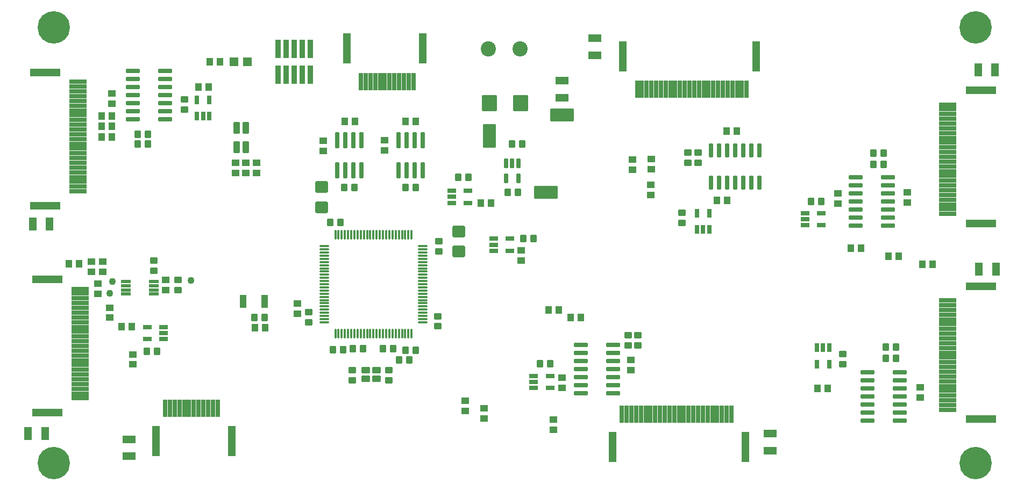
<source format=gts>
G04*
G04 #@! TF.GenerationSoftware,Altium Limited,Altium Designer,20.1.11 (218)*
G04*
G04 Layer_Color=8388736*
%FSLAX25Y25*%
%MOIN*%
G70*
G04*
G04 #@! TF.SameCoordinates,85017169-990B-49AA-8BCE-B11CB2BCBAEE*
G04*
G04*
G04 #@! TF.FilePolarity,Negative*
G04*
G01*
G75*
G04:AMPARAMS|DCode=20|XSize=28.54mil|YSize=97.44mil|CornerRadius=4.43mil|HoleSize=0mil|Usage=FLASHONLY|Rotation=180.000|XOffset=0mil|YOffset=0mil|HoleType=Round|Shape=RoundedRectangle|*
%AMROUNDEDRECTD20*
21,1,0.02854,0.08858,0,0,180.0*
21,1,0.01968,0.09744,0,0,180.0*
1,1,0.00886,-0.00984,0.04429*
1,1,0.00886,0.00984,0.04429*
1,1,0.00886,0.00984,-0.04429*
1,1,0.00886,-0.00984,-0.04429*
%
%ADD20ROUNDEDRECTD20*%
G04:AMPARAMS|DCode=21|XSize=28.74mil|YSize=55.12mil|CornerRadius=3.83mil|HoleSize=0mil|Usage=FLASHONLY|Rotation=90.000|XOffset=0mil|YOffset=0mil|HoleType=Round|Shape=RoundedRectangle|*
%AMROUNDEDRECTD21*
21,1,0.02874,0.04746,0,0,90.0*
21,1,0.02108,0.05512,0,0,90.0*
1,1,0.00766,0.02373,0.01054*
1,1,0.00766,0.02373,-0.01054*
1,1,0.00766,-0.02373,-0.01054*
1,1,0.00766,-0.02373,0.01054*
%
%ADD21ROUNDEDRECTD21*%
%ADD22R,0.08200X0.04700*%
G04:AMPARAMS|DCode=23|XSize=83.94mil|YSize=28.94mil|CornerRadius=3.84mil|HoleSize=0mil|Usage=FLASHONLY|Rotation=90.000|XOffset=0mil|YOffset=0mil|HoleType=Round|Shape=RoundedRectangle|*
%AMROUNDEDRECTD23*
21,1,0.08394,0.02125,0,0,90.0*
21,1,0.07625,0.02894,0,0,90.0*
1,1,0.00769,0.01063,0.03813*
1,1,0.00769,0.01063,-0.03813*
1,1,0.00769,-0.01063,-0.03813*
1,1,0.00769,-0.01063,0.03813*
%
%ADD23ROUNDEDRECTD23*%
G04:AMPARAMS|DCode=24|XSize=47.24mil|YSize=43.31mil|CornerRadius=4.92mil|HoleSize=0mil|Usage=FLASHONLY|Rotation=270.000|XOffset=0mil|YOffset=0mil|HoleType=Round|Shape=RoundedRectangle|*
%AMROUNDEDRECTD24*
21,1,0.04724,0.03347,0,0,270.0*
21,1,0.03740,0.04331,0,0,270.0*
1,1,0.00984,-0.01673,-0.01870*
1,1,0.00984,-0.01673,0.01870*
1,1,0.00984,0.01673,0.01870*
1,1,0.00984,0.01673,-0.01870*
%
%ADD24ROUNDEDRECTD24*%
G04:AMPARAMS|DCode=25|XSize=43.31mil|YSize=70.87mil|CornerRadius=5.91mil|HoleSize=0mil|Usage=FLASHONLY|Rotation=180.000|XOffset=0mil|YOffset=0mil|HoleType=Round|Shape=RoundedRectangle|*
%AMROUNDEDRECTD25*
21,1,0.04331,0.05906,0,0,180.0*
21,1,0.03150,0.07087,0,0,180.0*
1,1,0.01181,-0.01575,0.02953*
1,1,0.01181,0.01575,0.02953*
1,1,0.01181,0.01575,-0.02953*
1,1,0.01181,-0.01575,-0.02953*
%
%ADD25ROUNDEDRECTD25*%
G04:AMPARAMS|DCode=26|XSize=47.24mil|YSize=43.31mil|CornerRadius=4.92mil|HoleSize=0mil|Usage=FLASHONLY|Rotation=0.000|XOffset=0mil|YOffset=0mil|HoleType=Round|Shape=RoundedRectangle|*
%AMROUNDEDRECTD26*
21,1,0.04724,0.03347,0,0,0.0*
21,1,0.03740,0.04331,0,0,0.0*
1,1,0.00984,0.01870,-0.01673*
1,1,0.00984,-0.01870,-0.01673*
1,1,0.00984,-0.01870,0.01673*
1,1,0.00984,0.01870,0.01673*
%
%ADD26ROUNDEDRECTD26*%
G04:AMPARAMS|DCode=27|XSize=47.24mil|YSize=43.31mil|CornerRadius=5.91mil|HoleSize=0mil|Usage=FLASHONLY|Rotation=270.000|XOffset=0mil|YOffset=0mil|HoleType=Round|Shape=RoundedRectangle|*
%AMROUNDEDRECTD27*
21,1,0.04724,0.03150,0,0,270.0*
21,1,0.03543,0.04331,0,0,270.0*
1,1,0.01181,-0.01575,-0.01772*
1,1,0.01181,-0.01575,0.01772*
1,1,0.01181,0.01575,0.01772*
1,1,0.01181,0.01575,-0.01772*
%
%ADD27ROUNDEDRECTD27*%
%ADD28R,0.11024X0.02559*%
%ADD29R,0.18701X0.05118*%
G04:AMPARAMS|DCode=30|XSize=15.81mil|YSize=59.12mil|CornerRadius=4.95mil|HoleSize=0mil|Usage=FLASHONLY|Rotation=180.000|XOffset=0mil|YOffset=0mil|HoleType=Round|Shape=RoundedRectangle|*
%AMROUNDEDRECTD30*
21,1,0.01581,0.04921,0,0,180.0*
21,1,0.00591,0.05912,0,0,180.0*
1,1,0.00991,-0.00295,0.02461*
1,1,0.00991,0.00295,0.02461*
1,1,0.00991,0.00295,-0.02461*
1,1,0.00991,-0.00295,-0.02461*
%
%ADD30ROUNDEDRECTD30*%
G04:AMPARAMS|DCode=31|XSize=15.81mil|YSize=59.12mil|CornerRadius=4.95mil|HoleSize=0mil|Usage=FLASHONLY|Rotation=270.000|XOffset=0mil|YOffset=0mil|HoleType=Round|Shape=RoundedRectangle|*
%AMROUNDEDRECTD31*
21,1,0.01581,0.04921,0,0,270.0*
21,1,0.00591,0.05912,0,0,270.0*
1,1,0.00991,-0.02461,-0.00295*
1,1,0.00991,-0.02461,0.00295*
1,1,0.00991,0.02461,0.00295*
1,1,0.00991,0.02461,-0.00295*
%
%ADD31ROUNDEDRECTD31*%
%ADD32R,0.05118X0.18701*%
%ADD33R,0.02559X0.11024*%
G04:AMPARAMS|DCode=34|XSize=43.31mil|YSize=82.68mil|CornerRadius=4.92mil|HoleSize=0mil|Usage=FLASHONLY|Rotation=0.000|XOffset=0mil|YOffset=0mil|HoleType=Round|Shape=RoundedRectangle|*
%AMROUNDEDRECTD34*
21,1,0.04331,0.07284,0,0,0.0*
21,1,0.03347,0.08268,0,0,0.0*
1,1,0.00984,0.01673,-0.03642*
1,1,0.00984,-0.01673,-0.03642*
1,1,0.00984,-0.01673,0.03642*
1,1,0.00984,0.01673,0.03642*
%
%ADD34ROUNDEDRECTD34*%
%ADD35R,0.04700X0.08200*%
G04:AMPARAMS|DCode=36|XSize=83.94mil|YSize=28.94mil|CornerRadius=3.84mil|HoleSize=0mil|Usage=FLASHONLY|Rotation=180.000|XOffset=0mil|YOffset=0mil|HoleType=Round|Shape=RoundedRectangle|*
%AMROUNDEDRECTD36*
21,1,0.08394,0.02125,0,0,180.0*
21,1,0.07625,0.02894,0,0,180.0*
1,1,0.00769,-0.03813,0.01063*
1,1,0.00769,0.03813,0.01063*
1,1,0.00769,0.03813,-0.01063*
1,1,0.00769,-0.03813,-0.01063*
%
%ADD36ROUNDEDRECTD36*%
G04:AMPARAMS|DCode=37|XSize=47.24mil|YSize=43.31mil|CornerRadius=5.91mil|HoleSize=0mil|Usage=FLASHONLY|Rotation=0.000|XOffset=0mil|YOffset=0mil|HoleType=Round|Shape=RoundedRectangle|*
%AMROUNDEDRECTD37*
21,1,0.04724,0.03150,0,0,0.0*
21,1,0.03543,0.04331,0,0,0.0*
1,1,0.01181,0.01772,-0.01575*
1,1,0.01181,-0.01772,-0.01575*
1,1,0.01181,-0.01772,0.01575*
1,1,0.01181,0.01772,0.01575*
%
%ADD37ROUNDEDRECTD37*%
G04:AMPARAMS|DCode=38|XSize=28.74mil|YSize=55.12mil|CornerRadius=3.83mil|HoleSize=0mil|Usage=FLASHONLY|Rotation=0.000|XOffset=0mil|YOffset=0mil|HoleType=Round|Shape=RoundedRectangle|*
%AMROUNDEDRECTD38*
21,1,0.02874,0.04746,0,0,0.0*
21,1,0.02108,0.05512,0,0,0.0*
1,1,0.00766,0.01054,-0.02373*
1,1,0.00766,-0.01054,-0.02373*
1,1,0.00766,-0.01054,0.02373*
1,1,0.00766,0.01054,0.02373*
%
%ADD38ROUNDEDRECTD38*%
%ADD39C,0.04331*%
G04:AMPARAMS|DCode=40|XSize=21.65mil|YSize=62.99mil|CornerRadius=3.3mil|HoleSize=0mil|Usage=FLASHONLY|Rotation=270.000|XOffset=0mil|YOffset=0mil|HoleType=Round|Shape=RoundedRectangle|*
%AMROUNDEDRECTD40*
21,1,0.02165,0.05640,0,0,270.0*
21,1,0.01506,0.06299,0,0,270.0*
1,1,0.00659,-0.02820,-0.00753*
1,1,0.00659,-0.02820,0.00753*
1,1,0.00659,0.02820,0.00753*
1,1,0.00659,0.02820,-0.00753*
%
%ADD40ROUNDEDRECTD40*%
G04:AMPARAMS|DCode=41|XSize=78.74mil|YSize=72.84mil|CornerRadius=8.86mil|HoleSize=0mil|Usage=FLASHONLY|Rotation=0.000|XOffset=0mil|YOffset=0mil|HoleType=Round|Shape=RoundedRectangle|*
%AMROUNDEDRECTD41*
21,1,0.07874,0.05512,0,0,0.0*
21,1,0.06102,0.07284,0,0,0.0*
1,1,0.01772,0.03051,-0.02756*
1,1,0.01772,-0.03051,-0.02756*
1,1,0.01772,-0.03051,0.02756*
1,1,0.01772,0.03051,0.02756*
%
%ADD41ROUNDEDRECTD41*%
G04:AMPARAMS|DCode=42|XSize=53.15mil|YSize=43.31mil|CornerRadius=4.92mil|HoleSize=0mil|Usage=FLASHONLY|Rotation=0.000|XOffset=0mil|YOffset=0mil|HoleType=Round|Shape=RoundedRectangle|*
%AMROUNDEDRECTD42*
21,1,0.05315,0.03347,0,0,0.0*
21,1,0.04331,0.04331,0,0,0.0*
1,1,0.00984,0.02165,-0.01673*
1,1,0.00984,-0.02165,-0.01673*
1,1,0.00984,-0.02165,0.01673*
1,1,0.00984,0.02165,0.01673*
%
%ADD42ROUNDEDRECTD42*%
G04:AMPARAMS|DCode=43|XSize=145.67mil|YSize=82.68mil|CornerRadius=7.87mil|HoleSize=0mil|Usage=FLASHONLY|Rotation=0.000|XOffset=0mil|YOffset=0mil|HoleType=Round|Shape=RoundedRectangle|*
%AMROUNDEDRECTD43*
21,1,0.14567,0.06693,0,0,0.0*
21,1,0.12992,0.08268,0,0,0.0*
1,1,0.01575,0.06496,-0.03347*
1,1,0.01575,-0.06496,-0.03347*
1,1,0.01575,-0.06496,0.03347*
1,1,0.01575,0.06496,0.03347*
%
%ADD43ROUNDEDRECTD43*%
%ADD44R,0.03300X0.11400*%
G04:AMPARAMS|DCode=45|XSize=55.12mil|YSize=55.12mil|CornerRadius=7.09mil|HoleSize=0mil|Usage=FLASHONLY|Rotation=180.000|XOffset=0mil|YOffset=0mil|HoleType=Round|Shape=RoundedRectangle|*
%AMROUNDEDRECTD45*
21,1,0.05512,0.04095,0,0,180.0*
21,1,0.04095,0.05512,0,0,180.0*
1,1,0.01417,-0.02047,0.02047*
1,1,0.01417,0.02047,0.02047*
1,1,0.01417,0.02047,-0.02047*
1,1,0.01417,-0.02047,-0.02047*
%
%ADD45ROUNDEDRECTD45*%
G04:AMPARAMS|DCode=46|XSize=145.67mil|YSize=82.68mil|CornerRadius=7.87mil|HoleSize=0mil|Usage=FLASHONLY|Rotation=90.000|XOffset=0mil|YOffset=0mil|HoleType=Round|Shape=RoundedRectangle|*
%AMROUNDEDRECTD46*
21,1,0.14567,0.06693,0,0,90.0*
21,1,0.12992,0.08268,0,0,90.0*
1,1,0.01575,0.03347,0.06496*
1,1,0.01575,0.03347,-0.06496*
1,1,0.01575,-0.03347,-0.06496*
1,1,0.01575,-0.03347,0.06496*
%
%ADD46ROUNDEDRECTD46*%
G04:AMPARAMS|DCode=47|XSize=94.49mil|YSize=102.36mil|CornerRadius=8.76mil|HoleSize=0mil|Usage=FLASHONLY|Rotation=180.000|XOffset=0mil|YOffset=0mil|HoleType=Round|Shape=RoundedRectangle|*
%AMROUNDEDRECTD47*
21,1,0.09449,0.08484,0,0,180.0*
21,1,0.07697,0.10236,0,0,180.0*
1,1,0.01752,-0.03848,0.04242*
1,1,0.01752,0.03848,0.04242*
1,1,0.01752,0.03848,-0.04242*
1,1,0.01752,-0.03848,-0.04242*
%
%ADD47ROUNDEDRECTD47*%
G04:AMPARAMS|DCode=48|XSize=27.56mil|YSize=57.09mil|CornerRadius=3.74mil|HoleSize=0mil|Usage=FLASHONLY|Rotation=180.000|XOffset=0mil|YOffset=0mil|HoleType=Round|Shape=RoundedRectangle|*
%AMROUNDEDRECTD48*
21,1,0.02756,0.04961,0,0,180.0*
21,1,0.02008,0.05709,0,0,180.0*
1,1,0.00748,-0.01004,0.02480*
1,1,0.00748,0.01004,0.02480*
1,1,0.00748,0.01004,-0.02480*
1,1,0.00748,-0.01004,-0.02480*
%
%ADD48ROUNDEDRECTD48*%
%ADD49C,0.09449*%
%ADD50C,0.20079*%
D20*
X258000Y212949D02*
D03*
X253000D02*
D03*
X248000D02*
D03*
X243000D02*
D03*
X258000Y194051D02*
D03*
X253000D02*
D03*
X248000D02*
D03*
X243000D02*
D03*
X220200Y212949D02*
D03*
X215200D02*
D03*
X210200D02*
D03*
X205200D02*
D03*
X220200Y194051D02*
D03*
X215200D02*
D03*
X210200D02*
D03*
X205200D02*
D03*
D21*
X286171Y181440D02*
D03*
Y173960D02*
D03*
X276100D02*
D03*
Y177700D02*
D03*
Y181440D02*
D03*
X301965Y151740D02*
D03*
Y148000D02*
D03*
Y144260D02*
D03*
X312035D02*
D03*
Y151740D02*
D03*
X505035Y167540D02*
D03*
Y160060D02*
D03*
X494965D02*
D03*
Y163800D02*
D03*
Y167540D02*
D03*
X336935Y66540D02*
D03*
Y59060D02*
D03*
X326865D02*
D03*
Y62800D02*
D03*
Y66540D02*
D03*
X87265Y89430D02*
D03*
Y96910D02*
D03*
X97335D02*
D03*
Y93170D02*
D03*
Y89430D02*
D03*
D22*
X473500Y30750D02*
D03*
Y20250D02*
D03*
X76000Y16750D02*
D03*
Y27250D02*
D03*
X364800Y265600D02*
D03*
Y276100D02*
D03*
X344500Y249750D02*
D03*
Y239250D02*
D03*
D23*
X436800Y186600D02*
D03*
X451800D02*
D03*
X466800D02*
D03*
X441800D02*
D03*
X446800D02*
D03*
X456800D02*
D03*
X461800D02*
D03*
X436800Y206600D02*
D03*
X451800D02*
D03*
X466800D02*
D03*
X441800D02*
D03*
X446800D02*
D03*
X456800D02*
D03*
X461800D02*
D03*
D24*
X529799Y146000D02*
D03*
X523500D02*
D03*
X567701Y136000D02*
D03*
X574000D02*
D03*
X546701Y141000D02*
D03*
X553000D02*
D03*
X349701Y103000D02*
D03*
X356000D02*
D03*
X65299Y215000D02*
D03*
X59000D02*
D03*
Y228000D02*
D03*
X65299D02*
D03*
Y221500D02*
D03*
X59000D02*
D03*
X452599Y218631D02*
D03*
X446300D02*
D03*
X160299Y96500D02*
D03*
X154000D02*
D03*
X342299Y107500D02*
D03*
X336000D02*
D03*
X508999Y59000D02*
D03*
X502700D02*
D03*
X44999Y136200D02*
D03*
X38700D02*
D03*
X71401Y97200D02*
D03*
X77700D02*
D03*
X440300Y175600D02*
D03*
X446599D02*
D03*
X294100Y173901D02*
D03*
X300399D02*
D03*
X125400Y245900D02*
D03*
X119101D02*
D03*
X132456Y261547D02*
D03*
X126157D02*
D03*
X253599Y224500D02*
D03*
X247300D02*
D03*
X215899D02*
D03*
X209600D02*
D03*
D25*
X142547Y208594D02*
D03*
X148453D02*
D03*
Y220406D02*
D03*
X142547D02*
D03*
D26*
X388000Y194500D02*
D03*
Y200799D02*
D03*
X399500Y185299D02*
D03*
Y179000D02*
D03*
X319000Y138201D02*
D03*
Y144500D02*
D03*
X339000Y39500D02*
D03*
Y33201D02*
D03*
X386900Y70201D02*
D03*
Y76500D02*
D03*
X344459Y65359D02*
D03*
Y59060D02*
D03*
X296000Y46500D02*
D03*
Y40201D02*
D03*
X566400Y53301D02*
D03*
Y59600D02*
D03*
X284500Y45000D02*
D03*
Y51299D02*
D03*
X64000Y102701D02*
D03*
Y109000D02*
D03*
X56700Y117499D02*
D03*
Y123798D02*
D03*
X98700Y126298D02*
D03*
Y119999D02*
D03*
X59700Y131200D02*
D03*
Y137499D02*
D03*
X52700D02*
D03*
Y131200D02*
D03*
X148500Y198799D02*
D03*
Y192500D02*
D03*
X142000Y198799D02*
D03*
Y192500D02*
D03*
X155000D02*
D03*
Y198799D02*
D03*
X515500Y173501D02*
D03*
Y179800D02*
D03*
X78500Y80000D02*
D03*
Y73701D02*
D03*
X399750Y201049D02*
D03*
Y194750D02*
D03*
X558500Y180399D02*
D03*
Y174100D02*
D03*
X65500Y241799D02*
D03*
Y235500D02*
D03*
X180500Y111500D02*
D03*
Y105201D02*
D03*
X234500Y206500D02*
D03*
Y212799D02*
D03*
X196500Y206201D02*
D03*
Y212500D02*
D03*
D27*
X320350Y152000D02*
D03*
X326650D02*
D03*
X153850Y103000D02*
D03*
X160150D02*
D03*
X498850Y174800D02*
D03*
X505150D02*
D03*
X330750Y74300D02*
D03*
X337050D02*
D03*
X551450Y84400D02*
D03*
X545150D02*
D03*
X551450Y77400D02*
D03*
X545150D02*
D03*
X93450Y81700D02*
D03*
X87150D02*
D03*
X286250Y189700D02*
D03*
X279950D02*
D03*
X537462Y205000D02*
D03*
X543762D02*
D03*
X537462Y198000D02*
D03*
X543762D02*
D03*
X81450Y210600D02*
D03*
X87750D02*
D03*
X81450Y216600D02*
D03*
X87750D02*
D03*
X214850Y83500D02*
D03*
X221150D02*
D03*
X207150Y162000D02*
D03*
X200850D02*
D03*
X202350Y83000D02*
D03*
X208650D02*
D03*
X233350Y83500D02*
D03*
X239650D02*
D03*
X243350Y76500D02*
D03*
X249650D02*
D03*
X247350Y82500D02*
D03*
X253650D02*
D03*
X317150Y180500D02*
D03*
X310850D02*
D03*
X319650Y210500D02*
D03*
X313350D02*
D03*
X247350Y183500D02*
D03*
X253650D02*
D03*
X209350D02*
D03*
X215650D02*
D03*
D28*
X583513Y54425D02*
D03*
Y51472D02*
D03*
Y45567D02*
D03*
Y48520D02*
D03*
Y63283D02*
D03*
Y66236D02*
D03*
Y60331D02*
D03*
Y57378D02*
D03*
Y81000D02*
D03*
Y83953D02*
D03*
Y89858D02*
D03*
Y86905D02*
D03*
Y72142D02*
D03*
Y69189D02*
D03*
Y75094D02*
D03*
Y78047D02*
D03*
Y104622D02*
D03*
Y107575D02*
D03*
Y113480D02*
D03*
Y110527D02*
D03*
Y95764D02*
D03*
Y92811D02*
D03*
Y98716D02*
D03*
Y101669D02*
D03*
X45700Y111775D02*
D03*
Y114728D02*
D03*
Y120633D02*
D03*
Y117680D02*
D03*
Y102917D02*
D03*
Y99964D02*
D03*
Y105869D02*
D03*
Y108822D02*
D03*
Y85200D02*
D03*
Y82247D02*
D03*
Y76342D02*
D03*
Y79295D02*
D03*
Y94058D02*
D03*
Y97011D02*
D03*
Y91106D02*
D03*
Y88153D02*
D03*
Y61578D02*
D03*
Y58625D02*
D03*
Y52720D02*
D03*
Y55673D02*
D03*
Y70436D02*
D03*
Y73389D02*
D03*
Y67484D02*
D03*
Y64531D02*
D03*
X583500Y223186D02*
D03*
Y220233D02*
D03*
Y214328D02*
D03*
Y217280D02*
D03*
Y232044D02*
D03*
Y234997D02*
D03*
Y229091D02*
D03*
Y226138D02*
D03*
Y199564D02*
D03*
Y196611D02*
D03*
Y190706D02*
D03*
Y193658D02*
D03*
Y208422D02*
D03*
Y211375D02*
D03*
Y205469D02*
D03*
Y202517D02*
D03*
Y178894D02*
D03*
Y181847D02*
D03*
Y187753D02*
D03*
Y184800D02*
D03*
Y170036D02*
D03*
Y167084D02*
D03*
Y172989D02*
D03*
Y175942D02*
D03*
X44287Y192931D02*
D03*
Y195884D02*
D03*
Y201789D02*
D03*
Y198836D02*
D03*
Y184073D02*
D03*
Y181120D02*
D03*
Y187025D02*
D03*
Y189978D02*
D03*
Y216553D02*
D03*
Y219506D02*
D03*
Y225411D02*
D03*
Y222458D02*
D03*
Y207695D02*
D03*
Y204742D02*
D03*
Y210647D02*
D03*
Y213600D02*
D03*
Y237222D02*
D03*
Y234269D02*
D03*
Y228364D02*
D03*
Y231317D02*
D03*
Y246080D02*
D03*
Y249033D02*
D03*
Y243128D02*
D03*
Y240175D02*
D03*
D29*
X603887Y39740D02*
D03*
Y122260D02*
D03*
X25326Y126460D02*
D03*
Y43940D02*
D03*
X603874Y243776D02*
D03*
Y161257D02*
D03*
X23913Y172340D02*
D03*
Y254860D02*
D03*
D30*
X205847Y92988D02*
D03*
X203878D02*
D03*
X209784D02*
D03*
X207815D02*
D03*
X213720D02*
D03*
X211752D02*
D03*
X217657D02*
D03*
X215689D02*
D03*
X221595D02*
D03*
X219626D02*
D03*
X225532D02*
D03*
X223563D02*
D03*
X229468D02*
D03*
X227500D02*
D03*
X233405D02*
D03*
X231437D02*
D03*
X235374D02*
D03*
X239311D02*
D03*
X237343D02*
D03*
X243248D02*
D03*
X241280D02*
D03*
X247185D02*
D03*
X245216D02*
D03*
X251122D02*
D03*
X249153D02*
D03*
X205847Y154012D02*
D03*
X203878D02*
D03*
X209784D02*
D03*
X207815D02*
D03*
X213720D02*
D03*
X211752D02*
D03*
X217657D02*
D03*
X215689D02*
D03*
X221595D02*
D03*
X219626D02*
D03*
X225532D02*
D03*
X223563D02*
D03*
X229468D02*
D03*
X227500D02*
D03*
X233405D02*
D03*
X231437D02*
D03*
X235374D02*
D03*
X239311D02*
D03*
X237343D02*
D03*
X243248D02*
D03*
X241280D02*
D03*
X247185D02*
D03*
X245216D02*
D03*
X251122D02*
D03*
X249153D02*
D03*
D31*
X258012Y101847D02*
D03*
Y99878D02*
D03*
Y105783D02*
D03*
Y103815D02*
D03*
Y109721D02*
D03*
Y107752D02*
D03*
Y113657D02*
D03*
Y111689D02*
D03*
Y117595D02*
D03*
Y115626D02*
D03*
Y121531D02*
D03*
Y119563D02*
D03*
Y125469D02*
D03*
Y123500D02*
D03*
Y129405D02*
D03*
Y127437D02*
D03*
Y131374D02*
D03*
Y135311D02*
D03*
Y133343D02*
D03*
Y139248D02*
D03*
Y137279D02*
D03*
Y143185D02*
D03*
Y141217D02*
D03*
Y147122D02*
D03*
Y145153D02*
D03*
X196988Y101847D02*
D03*
Y99878D02*
D03*
Y105783D02*
D03*
Y103815D02*
D03*
Y109721D02*
D03*
Y107752D02*
D03*
Y113657D02*
D03*
Y111689D02*
D03*
Y117595D02*
D03*
Y115626D02*
D03*
Y121531D02*
D03*
Y119563D02*
D03*
Y125469D02*
D03*
Y123500D02*
D03*
Y129405D02*
D03*
Y127437D02*
D03*
Y131374D02*
D03*
Y135311D02*
D03*
Y133343D02*
D03*
Y139248D02*
D03*
Y137279D02*
D03*
Y143185D02*
D03*
Y141217D02*
D03*
Y147122D02*
D03*
Y145153D02*
D03*
D32*
X139687Y26300D02*
D03*
X92600D02*
D03*
X464627Y264974D02*
D03*
X382107D02*
D03*
X375640Y22613D02*
D03*
X458160D02*
D03*
X258043Y269687D02*
D03*
X210957D02*
D03*
D33*
X119096Y46674D02*
D03*
X116143D02*
D03*
X110238D02*
D03*
X113190D02*
D03*
X127954D02*
D03*
X130907D02*
D03*
X125002D02*
D03*
X122049D02*
D03*
X104332D02*
D03*
X107285D02*
D03*
X101380D02*
D03*
X98427D02*
D03*
X449942Y244600D02*
D03*
X452894D02*
D03*
X458800D02*
D03*
X455847D02*
D03*
X441083D02*
D03*
X438131D02*
D03*
X444036D02*
D03*
X446989D02*
D03*
X423367D02*
D03*
X420414D02*
D03*
X414509D02*
D03*
X417461D02*
D03*
X432225D02*
D03*
X435178D02*
D03*
X429273D02*
D03*
X426320D02*
D03*
X399745D02*
D03*
X396792D02*
D03*
X390887D02*
D03*
X393840D02*
D03*
X408603D02*
D03*
X411556D02*
D03*
X405651D02*
D03*
X402698D02*
D03*
X390325Y42987D02*
D03*
X387372D02*
D03*
X381467D02*
D03*
X384420D02*
D03*
X399183D02*
D03*
X402136D02*
D03*
X396231D02*
D03*
X393278D02*
D03*
X416900D02*
D03*
X419853D02*
D03*
X425758D02*
D03*
X422805D02*
D03*
X408042D02*
D03*
X405089D02*
D03*
X410994D02*
D03*
X413947D02*
D03*
X440522D02*
D03*
X443475D02*
D03*
X449380D02*
D03*
X446427D02*
D03*
X431664D02*
D03*
X428711D02*
D03*
X434616D02*
D03*
X437569D02*
D03*
X252217Y249313D02*
D03*
X249264D02*
D03*
X243358D02*
D03*
X246311D02*
D03*
X228594D02*
D03*
X225642D02*
D03*
X219736D02*
D03*
X222689D02*
D03*
X237453D02*
D03*
X240406D02*
D03*
X234500D02*
D03*
X231547D02*
D03*
D34*
X146807Y113000D02*
D03*
X160193D02*
D03*
D35*
X602250Y256500D02*
D03*
X612750D02*
D03*
X613250Y133000D02*
D03*
X602750D02*
D03*
X13500Y31000D02*
D03*
X24000D02*
D03*
X26750Y161000D02*
D03*
X16250D02*
D03*
D36*
X98500Y226000D02*
D03*
Y241000D02*
D03*
Y256000D02*
D03*
Y231000D02*
D03*
Y236000D02*
D03*
Y246000D02*
D03*
Y251000D02*
D03*
X78500Y226000D02*
D03*
Y241000D02*
D03*
Y256000D02*
D03*
Y231000D02*
D03*
Y236000D02*
D03*
Y246000D02*
D03*
Y251000D02*
D03*
X355900Y85800D02*
D03*
Y70800D02*
D03*
Y55800D02*
D03*
Y80800D02*
D03*
Y75800D02*
D03*
Y65800D02*
D03*
Y60800D02*
D03*
X375900Y85800D02*
D03*
Y70800D02*
D03*
Y55800D02*
D03*
Y80800D02*
D03*
Y75800D02*
D03*
Y65800D02*
D03*
Y60800D02*
D03*
X533700Y69000D02*
D03*
Y54000D02*
D03*
Y39000D02*
D03*
Y64000D02*
D03*
Y59000D02*
D03*
Y49000D02*
D03*
Y44000D02*
D03*
X553700Y69000D02*
D03*
Y54000D02*
D03*
Y39000D02*
D03*
Y64000D02*
D03*
Y59000D02*
D03*
Y49000D02*
D03*
Y44000D02*
D03*
X546500Y164800D02*
D03*
Y169800D02*
D03*
Y179800D02*
D03*
Y184800D02*
D03*
Y159800D02*
D03*
Y174800D02*
D03*
Y189800D02*
D03*
X526500Y164800D02*
D03*
Y169800D02*
D03*
Y179800D02*
D03*
Y184800D02*
D03*
Y159800D02*
D03*
Y174800D02*
D03*
Y189800D02*
D03*
D37*
X385400Y85650D02*
D03*
Y91950D02*
D03*
X391400Y85650D02*
D03*
Y91950D02*
D03*
X518500Y80150D02*
D03*
Y73850D02*
D03*
X106500Y120000D02*
D03*
Y126299D02*
D03*
X91500Y138150D02*
D03*
Y131850D02*
D03*
X214500Y63850D02*
D03*
Y70150D02*
D03*
X418800Y167750D02*
D03*
Y161450D02*
D03*
X110400Y238050D02*
D03*
Y231750D02*
D03*
X422500Y198762D02*
D03*
Y205062D02*
D03*
X428800Y198762D02*
D03*
Y205062D02*
D03*
X267500Y97350D02*
D03*
Y103650D02*
D03*
X268000Y143850D02*
D03*
Y150150D02*
D03*
X187500Y106150D02*
D03*
Y99850D02*
D03*
X237000Y70150D02*
D03*
Y63850D02*
D03*
D38*
X509940Y73965D02*
D03*
X502460D02*
D03*
Y84035D02*
D03*
X506200D02*
D03*
X509940D02*
D03*
X428060Y157565D02*
D03*
X431800D02*
D03*
X435540D02*
D03*
Y167635D02*
D03*
X428060D02*
D03*
X118160Y227865D02*
D03*
X121900D02*
D03*
X125640D02*
D03*
Y237935D02*
D03*
X118160D02*
D03*
D39*
X114500Y126000D02*
D03*
X65798Y125298D02*
D03*
X64200Y117700D02*
D03*
D40*
X91361Y117361D02*
D03*
Y119921D02*
D03*
Y122479D02*
D03*
Y125039D02*
D03*
X74039Y117361D02*
D03*
Y119921D02*
D03*
Y122479D02*
D03*
Y125039D02*
D03*
D41*
X195500Y171201D02*
D03*
Y183799D02*
D03*
X280500Y143701D02*
D03*
Y156299D02*
D03*
D42*
X229346Y70059D02*
D03*
Y64941D02*
D03*
X222654D02*
D03*
Y70059D02*
D03*
D43*
X334500Y180500D02*
D03*
X344533Y228494D02*
D03*
D44*
X168500Y253500D02*
D03*
Y269500D02*
D03*
X173500Y253500D02*
D03*
Y269500D02*
D03*
X178500Y253500D02*
D03*
Y269500D02*
D03*
X183500Y253500D02*
D03*
Y269500D02*
D03*
X188500Y253500D02*
D03*
Y269500D02*
D03*
D45*
X149291Y261547D02*
D03*
X141023D02*
D03*
D46*
X299500Y215500D02*
D03*
D47*
X299354Y236000D02*
D03*
X318646D02*
D03*
D48*
X317240Y189335D02*
D03*
X309760D02*
D03*
Y198665D02*
D03*
X313500D02*
D03*
X317240D02*
D03*
D49*
X318342Y269500D02*
D03*
X298657D02*
D03*
D50*
X29276Y12479D02*
D03*
X600744Y282754D02*
D03*
Y12479D02*
D03*
X29276Y282754D02*
D03*
M02*

</source>
